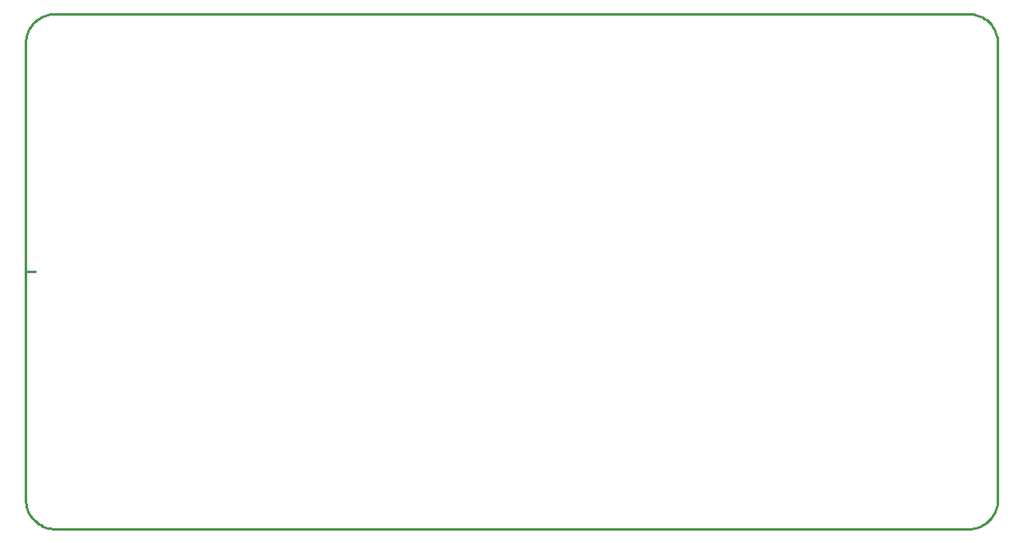
<source format=gm1>
G04*
G04 #@! TF.GenerationSoftware,Altium Limited,Altium Designer,19.1.8 (144)*
G04*
G04 Layer_Color=16711935*
%FSLAX25Y25*%
%MOIN*%
G70*
G01*
G75*
%ADD10C,0.01000*%
D10*
X0Y-92520D02*
X40Y-93495D01*
X161Y-94464D01*
X361Y-95419D01*
X640Y-96355D01*
X995Y-97264D01*
X1424Y-98141D01*
X1923Y-98980D01*
X2490Y-99774D01*
X3121Y-100519D01*
X3812Y-101209D01*
X4557Y-101840D01*
X5351Y-102408D01*
X6190Y-102907D01*
X7067Y-103336D01*
X7976Y-103691D01*
X8912Y-103969D01*
X9867Y-104170D01*
X10836Y-104290D01*
X11811Y-104331D01*
X381890D02*
X382865Y-104290D01*
X383834Y-104170D01*
X384789Y-103969D01*
X385725Y-103691D01*
X386634Y-103336D01*
X387511Y-102907D01*
X388350Y-102408D01*
X389144Y-101840D01*
X389889Y-101209D01*
X390579Y-100519D01*
X391210Y-99774D01*
X391778Y-98980D01*
X392277Y-98141D01*
X392706Y-97264D01*
X393061Y-96355D01*
X393339Y-95419D01*
X393540Y-94464D01*
X393660Y-93495D01*
X393701Y-92520D01*
Y92520D02*
X393660Y93495D01*
X393540Y94464D01*
X393339Y95419D01*
X393061Y96355D01*
X392706Y97264D01*
X392277Y98141D01*
X391778Y98980D01*
X391210Y99774D01*
X390579Y100519D01*
X389889Y101209D01*
X389144Y101840D01*
X388350Y102408D01*
X387511Y102907D01*
X386634Y103336D01*
X385725Y103691D01*
X384789Y103969D01*
X383834Y104170D01*
X382865Y104290D01*
X381890Y104331D01*
X11811D02*
X10836Y104290D01*
X9867Y104170D01*
X8912Y103969D01*
X7976Y103691D01*
X7067Y103336D01*
X6190Y102907D01*
X5351Y102408D01*
X4557Y101840D01*
X3812Y101209D01*
X3121Y100519D01*
X2490Y99774D01*
X1923Y98980D01*
X1424Y98141D01*
X995Y97264D01*
X640Y96355D01*
X361Y95419D01*
X161Y94464D01*
X40Y93495D01*
X0Y92520D01*
Y0D02*
X3937D01*
X393701Y-92520D02*
Y92520D01*
X11811Y104331D02*
X381890D01*
X0Y-92520D02*
Y92520D01*
X11811Y-104331D02*
X381890D01*
M02*

</source>
